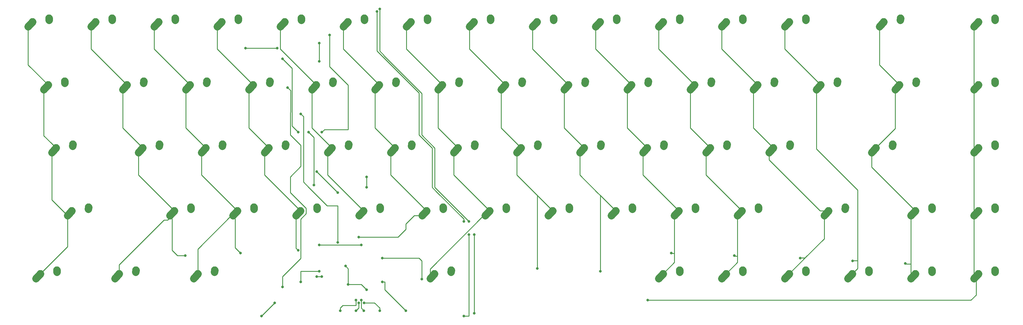
<source format=gbr>
G04 #@! TF.GenerationSoftware,KiCad,Pcbnew,(5.1.5)-3*
G04 #@! TF.CreationDate,2020-05-05T16:11:28-04:00*
G04 #@! TF.ProjectId,TheSedan,54686553-6564-4616-9e2e-6b696361645f,rev?*
G04 #@! TF.SameCoordinates,Original*
G04 #@! TF.FileFunction,Copper,L1,Top*
G04 #@! TF.FilePolarity,Positive*
%FSLAX46Y46*%
G04 Gerber Fmt 4.6, Leading zero omitted, Abs format (unit mm)*
G04 Created by KiCad (PCBNEW (5.1.5)-3) date 2020-05-05 16:11:28*
%MOMM*%
%LPD*%
G04 APERTURE LIST*
%ADD10C,2.250000*%
%ADD11C,2.250000*%
%ADD12C,0.800000*%
%ADD13C,0.250000*%
G04 APERTURE END LIST*
D10*
X441206250Y-132525000D03*
D11*
X439896250Y-133985000D02*
X441206252Y-132525000D01*
D10*
X446246250Y-131445000D03*
D11*
X446206250Y-132025000D02*
X446246250Y-131445000D01*
D10*
X431681250Y-113475000D03*
D11*
X430371250Y-114935000D02*
X431681252Y-113475000D01*
D10*
X436721250Y-112395000D03*
D11*
X436681250Y-112975000D02*
X436721250Y-112395000D01*
D10*
X426918750Y-94425000D03*
D11*
X425608750Y-95885000D02*
X426918752Y-94425000D01*
D10*
X431958750Y-93345000D03*
D11*
X431918750Y-93925000D02*
X431958750Y-93345000D01*
D10*
X417393750Y-75375000D03*
D11*
X416083750Y-76835000D02*
X417393752Y-75375000D01*
D10*
X422433750Y-74295000D03*
D11*
X422393750Y-74875000D02*
X422433750Y-74295000D01*
D10*
X684093750Y-151575000D03*
D11*
X682783750Y-153035000D02*
X684093752Y-151575000D01*
D10*
X689133750Y-150495000D03*
D11*
X689093750Y-151075000D02*
X689133750Y-150495000D01*
D10*
X684093750Y-132525000D03*
D11*
X682783750Y-133985000D02*
X684093752Y-132525000D01*
D10*
X689133750Y-131445000D03*
D11*
X689093750Y-132025000D02*
X689133750Y-131445000D01*
D10*
X684093750Y-113475000D03*
D11*
X682783750Y-114935000D02*
X684093752Y-113475000D01*
D10*
X689133750Y-112395000D03*
D11*
X689093750Y-112975000D02*
X689133750Y-112395000D01*
D10*
X684093750Y-94425000D03*
D11*
X682783750Y-95885000D02*
X684093752Y-94425000D01*
D10*
X689133750Y-93345000D03*
D11*
X689093750Y-93925000D02*
X689133750Y-93345000D01*
D10*
X684093750Y-75375000D03*
D11*
X682783750Y-76835000D02*
X684093752Y-75375000D01*
D10*
X689133750Y-74295000D03*
D11*
X689093750Y-74875000D02*
X689133750Y-74295000D01*
D10*
X665043750Y-151575000D03*
D11*
X663733750Y-153035000D02*
X665043752Y-151575000D01*
D10*
X670083750Y-150495000D03*
D11*
X670043750Y-151075000D02*
X670083750Y-150495000D01*
D10*
X665043750Y-132525000D03*
D11*
X663733750Y-133985000D02*
X665043752Y-132525000D01*
D10*
X670083750Y-131445000D03*
D11*
X670043750Y-132025000D02*
X670083750Y-131445000D01*
D10*
X653137500Y-113475000D03*
D11*
X651827500Y-114935000D02*
X653137502Y-113475000D01*
D10*
X658177500Y-112395000D03*
D11*
X658137500Y-112975000D02*
X658177500Y-112395000D01*
D10*
X660281250Y-94425000D03*
D11*
X658971250Y-95885000D02*
X660281252Y-94425000D01*
D10*
X665321250Y-93345000D03*
D11*
X665281250Y-93925000D02*
X665321250Y-93345000D01*
D10*
X655518750Y-75375000D03*
D11*
X654208750Y-76835000D02*
X655518752Y-75375000D01*
D10*
X660558750Y-74295000D03*
D11*
X660518750Y-74875000D02*
X660558750Y-74295000D01*
D10*
X645993750Y-151575000D03*
D11*
X644683750Y-153035000D02*
X645993752Y-151575000D01*
D10*
X651033750Y-150495000D03*
D11*
X650993750Y-151075000D02*
X651033750Y-150495000D01*
D10*
X636468750Y-94425000D03*
D11*
X635158750Y-95885000D02*
X636468752Y-94425000D01*
D10*
X641508750Y-93345000D03*
D11*
X641468750Y-93925000D02*
X641508750Y-93345000D01*
D10*
X626943750Y-75375000D03*
D11*
X625633750Y-76835000D02*
X626943752Y-75375000D01*
D10*
X631983750Y-74295000D03*
D11*
X631943750Y-74875000D02*
X631983750Y-74295000D01*
D10*
X626943750Y-151575000D03*
D11*
X625633750Y-153035000D02*
X626943752Y-151575000D01*
D10*
X631983750Y-150495000D03*
D11*
X631943750Y-151075000D02*
X631983750Y-150495000D01*
D10*
X638850000Y-132525000D03*
D11*
X637540000Y-133985000D02*
X638850002Y-132525000D01*
D10*
X643890000Y-131445000D03*
D11*
X643850000Y-132025000D02*
X643890000Y-131445000D01*
D10*
X622181250Y-113475000D03*
D11*
X620871250Y-114935000D02*
X622181252Y-113475000D01*
D10*
X627221250Y-112395000D03*
D11*
X627181250Y-112975000D02*
X627221250Y-112395000D01*
D10*
X617418750Y-94425000D03*
D11*
X616108750Y-95885000D02*
X617418752Y-94425000D01*
D10*
X622458750Y-93345000D03*
D11*
X622418750Y-93925000D02*
X622458750Y-93345000D01*
D10*
X607893750Y-75375000D03*
D11*
X606583750Y-76835000D02*
X607893752Y-75375000D01*
D10*
X612933750Y-74295000D03*
D11*
X612893750Y-74875000D02*
X612933750Y-74295000D01*
D10*
X607893750Y-151575000D03*
D11*
X606583750Y-153035000D02*
X607893752Y-151575000D01*
D10*
X612933750Y-150495000D03*
D11*
X612893750Y-151075000D02*
X612933750Y-150495000D01*
D10*
X612656250Y-132525000D03*
D11*
X611346250Y-133985000D02*
X612656252Y-132525000D01*
D10*
X617696250Y-131445000D03*
D11*
X617656250Y-132025000D02*
X617696250Y-131445000D01*
D10*
X603131250Y-113475000D03*
D11*
X601821250Y-114935000D02*
X603131252Y-113475000D01*
D10*
X608171250Y-112395000D03*
D11*
X608131250Y-112975000D02*
X608171250Y-112395000D01*
D10*
X598368750Y-94425000D03*
D11*
X597058750Y-95885000D02*
X598368752Y-94425000D01*
D10*
X603408750Y-93345000D03*
D11*
X603368750Y-93925000D02*
X603408750Y-93345000D01*
D10*
X588843750Y-75375000D03*
D11*
X587533750Y-76835000D02*
X588843752Y-75375000D01*
D10*
X593883750Y-74295000D03*
D11*
X593843750Y-74875000D02*
X593883750Y-74295000D01*
D10*
X588843750Y-151575000D03*
D11*
X587533750Y-153035000D02*
X588843752Y-151575000D01*
D10*
X593883750Y-150495000D03*
D11*
X593843750Y-151075000D02*
X593883750Y-150495000D01*
D10*
X593606250Y-132525000D03*
D11*
X592296250Y-133985000D02*
X593606252Y-132525000D01*
D10*
X598646250Y-131445000D03*
D11*
X598606250Y-132025000D02*
X598646250Y-131445000D01*
D10*
X584081250Y-113475000D03*
D11*
X582771250Y-114935000D02*
X584081252Y-113475000D01*
D10*
X589121250Y-112395000D03*
D11*
X589081250Y-112975000D02*
X589121250Y-112395000D01*
D10*
X579318750Y-94425000D03*
D11*
X578008750Y-95885000D02*
X579318752Y-94425000D01*
D10*
X584358750Y-93345000D03*
D11*
X584318750Y-93925000D02*
X584358750Y-93345000D01*
D10*
X569793750Y-75375000D03*
D11*
X568483750Y-76835000D02*
X569793752Y-75375000D01*
D10*
X574833750Y-74295000D03*
D11*
X574793750Y-74875000D02*
X574833750Y-74295000D01*
D10*
X574556250Y-132525000D03*
D11*
X573246250Y-133985000D02*
X574556252Y-132525000D01*
D10*
X579596250Y-131445000D03*
D11*
X579556250Y-132025000D02*
X579596250Y-131445000D01*
D10*
X565031250Y-113475000D03*
D11*
X563721250Y-114935000D02*
X565031252Y-113475000D01*
D10*
X570071250Y-112395000D03*
D11*
X570031250Y-112975000D02*
X570071250Y-112395000D01*
D10*
X560268750Y-94425000D03*
D11*
X558958750Y-95885000D02*
X560268752Y-94425000D01*
D10*
X565308750Y-93345000D03*
D11*
X565268750Y-93925000D02*
X565308750Y-93345000D01*
D10*
X550743750Y-75375000D03*
D11*
X549433750Y-76835000D02*
X550743752Y-75375000D01*
D10*
X555783750Y-74295000D03*
D11*
X555743750Y-74875000D02*
X555783750Y-74295000D01*
D10*
X555506250Y-132525000D03*
D11*
X554196250Y-133985000D02*
X555506252Y-132525000D01*
D10*
X560546250Y-131445000D03*
D11*
X560506250Y-132025000D02*
X560546250Y-131445000D01*
D10*
X545981250Y-113475000D03*
D11*
X544671250Y-114935000D02*
X545981252Y-113475000D01*
D10*
X551021250Y-112395000D03*
D11*
X550981250Y-112975000D02*
X551021250Y-112395000D01*
D10*
X541218750Y-94425000D03*
D11*
X539908750Y-95885000D02*
X541218752Y-94425000D01*
D10*
X546258750Y-93345000D03*
D11*
X546218750Y-93925000D02*
X546258750Y-93345000D01*
D10*
X531693750Y-75375000D03*
D11*
X530383750Y-76835000D02*
X531693752Y-75375000D01*
D10*
X536733750Y-74295000D03*
D11*
X536693750Y-74875000D02*
X536733750Y-74295000D01*
D10*
X519787500Y-151575000D03*
D11*
X518477500Y-153035000D02*
X519787502Y-151575000D01*
D10*
X524827500Y-150495000D03*
D11*
X524787500Y-151075000D02*
X524827500Y-150495000D01*
D10*
X536456250Y-132525000D03*
D11*
X535146250Y-133985000D02*
X536456252Y-132525000D01*
D10*
X541496250Y-131445000D03*
D11*
X541456250Y-132025000D02*
X541496250Y-131445000D01*
D10*
X526931250Y-113475000D03*
D11*
X525621250Y-114935000D02*
X526931252Y-113475000D01*
D10*
X531971250Y-112395000D03*
D11*
X531931250Y-112975000D02*
X531971250Y-112395000D01*
D10*
X522168750Y-94425000D03*
D11*
X520858750Y-95885000D02*
X522168752Y-94425000D01*
D10*
X527208750Y-93345000D03*
D11*
X527168750Y-93925000D02*
X527208750Y-93345000D01*
D10*
X512643750Y-75375000D03*
D11*
X511333750Y-76835000D02*
X512643752Y-75375000D01*
D10*
X517683750Y-74295000D03*
D11*
X517643750Y-74875000D02*
X517683750Y-74295000D01*
D10*
X517406250Y-132525000D03*
D11*
X516096250Y-133985000D02*
X517406252Y-132525000D01*
D10*
X522446250Y-131445000D03*
D11*
X522406250Y-132025000D02*
X522446250Y-131445000D01*
D10*
X507881250Y-113475000D03*
D11*
X506571250Y-114935000D02*
X507881252Y-113475000D01*
D10*
X512921250Y-112395000D03*
D11*
X512881250Y-112975000D02*
X512921250Y-112395000D01*
D10*
X503118750Y-94425000D03*
D11*
X501808750Y-95885000D02*
X503118752Y-94425000D01*
D10*
X508158750Y-93345000D03*
D11*
X508118750Y-93925000D02*
X508158750Y-93345000D01*
D10*
X493593750Y-75375000D03*
D11*
X492283750Y-76835000D02*
X493593752Y-75375000D01*
D10*
X498633750Y-74295000D03*
D11*
X498593750Y-74875000D02*
X498633750Y-74295000D01*
D10*
X498356250Y-132525000D03*
D11*
X497046250Y-133985000D02*
X498356252Y-132525000D01*
D10*
X503396250Y-131445000D03*
D11*
X503356250Y-132025000D02*
X503396250Y-131445000D01*
D10*
X488831250Y-113475000D03*
D11*
X487521250Y-114935000D02*
X488831252Y-113475000D01*
D10*
X493871250Y-112395000D03*
D11*
X493831250Y-112975000D02*
X493871250Y-112395000D01*
D10*
X484068750Y-94425000D03*
D11*
X482758750Y-95885000D02*
X484068752Y-94425000D01*
D10*
X489108750Y-93345000D03*
D11*
X489068750Y-93925000D02*
X489108750Y-93345000D01*
D10*
X474543750Y-75375000D03*
D11*
X473233750Y-76835000D02*
X474543752Y-75375000D01*
D10*
X479583750Y-74295000D03*
D11*
X479543750Y-74875000D02*
X479583750Y-74295000D01*
D10*
X479306250Y-132525000D03*
D11*
X477996250Y-133985000D02*
X479306252Y-132525000D01*
D10*
X484346250Y-131445000D03*
D11*
X484306250Y-132025000D02*
X484346250Y-131445000D01*
D10*
X469781250Y-113475000D03*
D11*
X468471250Y-114935000D02*
X469781252Y-113475000D01*
D10*
X474821250Y-112395000D03*
D11*
X474781250Y-112975000D02*
X474821250Y-112395000D01*
D10*
X465018750Y-94425000D03*
D11*
X463708750Y-95885000D02*
X465018752Y-94425000D01*
D10*
X470058750Y-93345000D03*
D11*
X470018750Y-93925000D02*
X470058750Y-93345000D01*
D10*
X455493750Y-75375000D03*
D11*
X454183750Y-76835000D02*
X455493752Y-75375000D01*
D10*
X460533750Y-74295000D03*
D11*
X460493750Y-74875000D02*
X460533750Y-74295000D01*
D10*
X448350000Y-151575000D03*
D11*
X447040000Y-153035000D02*
X448350002Y-151575000D01*
D10*
X453390000Y-150495000D03*
D11*
X453350000Y-151075000D02*
X453390000Y-150495000D01*
D10*
X460256250Y-132525000D03*
D11*
X458946250Y-133985000D02*
X460256252Y-132525000D01*
D10*
X465296250Y-131445000D03*
D11*
X465256250Y-132025000D02*
X465296250Y-131445000D01*
D10*
X450731250Y-113475000D03*
D11*
X449421250Y-114935000D02*
X450731252Y-113475000D01*
D10*
X455771250Y-112395000D03*
D11*
X455731250Y-112975000D02*
X455771250Y-112395000D01*
D10*
X445968750Y-94425000D03*
D11*
X444658750Y-95885000D02*
X445968752Y-94425000D01*
D10*
X451008750Y-93345000D03*
D11*
X450968750Y-93925000D02*
X451008750Y-93345000D01*
D10*
X436443750Y-75375000D03*
D11*
X435133750Y-76835000D02*
X436443752Y-75375000D01*
D10*
X441483750Y-74295000D03*
D11*
X441443750Y-74875000D02*
X441483750Y-74295000D01*
D10*
X424537500Y-151575000D03*
D11*
X423227500Y-153035000D02*
X424537502Y-151575000D01*
D10*
X429577500Y-150495000D03*
D11*
X429537500Y-151075000D02*
X429577500Y-150495000D01*
D10*
X400725000Y-151575000D03*
D11*
X399415000Y-153035000D02*
X400725002Y-151575000D01*
D10*
X405765000Y-150495000D03*
D11*
X405725000Y-151075000D02*
X405765000Y-150495000D01*
D10*
X410250000Y-132525000D03*
D11*
X408940000Y-133985000D02*
X410250002Y-132525000D01*
D10*
X415290000Y-131445000D03*
D11*
X415250000Y-132025000D02*
X415290000Y-131445000D01*
D10*
X405487500Y-113475000D03*
D11*
X404177500Y-114935000D02*
X405487502Y-113475000D01*
D10*
X410527500Y-112395000D03*
D11*
X410487500Y-112975000D02*
X410527500Y-112395000D01*
D10*
X403106250Y-94425000D03*
D11*
X401796250Y-95885000D02*
X403106252Y-94425000D01*
D10*
X408146250Y-93345000D03*
D11*
X408106250Y-93925000D02*
X408146250Y-93345000D01*
D10*
X398343750Y-75375000D03*
D11*
X397033750Y-76835000D02*
X398343752Y-75375000D01*
D10*
X403383750Y-74295000D03*
D11*
X403343750Y-74875000D02*
X403383750Y-74295000D01*
D12*
X473868750Y-86518750D03*
X483393750Y-124681251D03*
X478631250Y-108743750D03*
X481806250Y-108743750D03*
X462756250Y-83343750D03*
X472281250Y-83343750D03*
X499268750Y-125412500D03*
X499268750Y-122237500D03*
X484981250Y-142875000D03*
X497681250Y-142875000D03*
X504018750Y-154000000D03*
X511175000Y-162718750D03*
X467518750Y-164306250D03*
X471487500Y-160337500D03*
X444500000Y-146050000D03*
X461168750Y-145256250D03*
X478631250Y-144462500D03*
X496887500Y-140493750D03*
X550818750Y-149975000D03*
X569868750Y-150768750D03*
X591343750Y-145256250D03*
X610393750Y-146050000D03*
X630237500Y-146843750D03*
X646112500Y-147637500D03*
X661987500Y-148431250D03*
X584200000Y-159543750D03*
X496887500Y-160337500D03*
X496093750Y-162718750D03*
X484981250Y-87312500D03*
X484981250Y-81756250D03*
X490537500Y-142081250D03*
X479425000Y-103187500D03*
X484187500Y-152400000D03*
X485775000Y-152400000D03*
X484981250Y-150812500D03*
X479425000Y-153987500D03*
X496093750Y-159543750D03*
X491331250Y-162718750D03*
X499268750Y-156368750D03*
X493712500Y-154781250D03*
X492918750Y-149225000D03*
X488156250Y-79375000D03*
X490537500Y-127000000D03*
X485775000Y-108743750D03*
X484187500Y-120650000D03*
X503237500Y-71437500D03*
X530225000Y-135731250D03*
X531812500Y-139700000D03*
X531812500Y-163512500D03*
X498493750Y-160318750D03*
X503237500Y-162718750D03*
X528637500Y-164306250D03*
X502443750Y-72231250D03*
X528637500Y-135731250D03*
X530225000Y-139700000D03*
X497693750Y-159531250D03*
X498475000Y-162693750D03*
X475456250Y-95250000D03*
X473868750Y-155575000D03*
X515937500Y-153193750D03*
X504031250Y-146843750D03*
D13*
X476764509Y-102044669D02*
X476764509Y-89414509D01*
X476764509Y-89414509D02*
X473868750Y-86518750D01*
X476764509Y-102044669D02*
X476764509Y-106877009D01*
X476764509Y-106877009D02*
X478631250Y-108743750D01*
X481806250Y-108743750D02*
X483393750Y-110331250D01*
X483393750Y-110331250D02*
X483393750Y-124681251D01*
X462756250Y-83343750D02*
X472281250Y-83343750D01*
X499268750Y-125412500D02*
X499268750Y-122237500D01*
X497681250Y-142875000D02*
X484981250Y-142875000D01*
X504812500Y-154000000D02*
X504812500Y-155562500D01*
X504018750Y-154000000D02*
X504812500Y-154000000D01*
X504812500Y-155562500D02*
X504812500Y-156356250D01*
X504812500Y-156356250D02*
X511175000Y-162718750D01*
X397033750Y-76835000D02*
X397033750Y-77946250D01*
X397033750Y-88352500D02*
X403106250Y-94425000D01*
X397033750Y-76835000D02*
X397033750Y-88352500D01*
X401796250Y-95885000D02*
X401796250Y-109783750D01*
X403975000Y-111962500D02*
X405487500Y-113475000D01*
X403975000Y-111962500D02*
X404177500Y-112165000D01*
X401796250Y-109783750D02*
X403975000Y-111962500D01*
X408940000Y-143360000D02*
X400725000Y-151575000D01*
X408940000Y-133985000D02*
X408940000Y-143360000D01*
X467518750Y-164306250D02*
X471487500Y-160337500D01*
X404177500Y-129222500D02*
X408940000Y-133985000D01*
X404177500Y-114935000D02*
X404177500Y-129222500D01*
X416083750Y-83590000D02*
X426918750Y-94425000D01*
X416083750Y-76835000D02*
X416083750Y-83590000D01*
X425608750Y-107402500D02*
X431681250Y-113475000D01*
X425608750Y-95885000D02*
X425608750Y-107402500D01*
X430371250Y-121690000D02*
X441206250Y-132525000D01*
X430371250Y-114935000D02*
X430371250Y-121690000D01*
X424537500Y-148837748D02*
X424537500Y-149984010D01*
X438050249Y-135324999D02*
X424537500Y-148837748D01*
X424537500Y-149984010D02*
X424537500Y-151575000D01*
X439202251Y-135324999D02*
X438050249Y-135324999D01*
X439896250Y-134631000D02*
X439202251Y-135324999D01*
X439896250Y-133985000D02*
X439896250Y-134631000D01*
X439896250Y-133985000D02*
X439896250Y-134302500D01*
X439896250Y-134302500D02*
X440531250Y-134937500D01*
X440531250Y-134937500D02*
X440531250Y-144462500D01*
X440531250Y-144462500D02*
X442118750Y-146050000D01*
X442118750Y-146050000D02*
X444500000Y-146050000D01*
X448350000Y-149984010D02*
X448350000Y-151575000D01*
X448350000Y-144075248D02*
X448350000Y-149984010D01*
X458440248Y-133985000D02*
X448350000Y-144075248D01*
X458946250Y-133985000D02*
X458440248Y-133985000D01*
X449421250Y-121690000D02*
X460256250Y-132525000D01*
X449421250Y-114935000D02*
X449421250Y-121690000D01*
X444658750Y-107402500D02*
X450731250Y-113475000D01*
X444658750Y-95885000D02*
X444658750Y-107402500D01*
X435133750Y-83590000D02*
X445968750Y-94425000D01*
X435133750Y-76835000D02*
X435133750Y-83590000D01*
X458946250Y-133985000D02*
X458946250Y-134302500D01*
X458946250Y-134302500D02*
X459581250Y-134937500D01*
X459581250Y-134937500D02*
X459581250Y-143668750D01*
X459581250Y-143668750D02*
X461168750Y-145256250D01*
X454183750Y-83590000D02*
X465018750Y-94425000D01*
X454183750Y-76835000D02*
X454183750Y-83590000D01*
X463708750Y-107402500D02*
X469781250Y-113475000D01*
X463708750Y-95885000D02*
X463708750Y-107402500D01*
X468471250Y-121690000D02*
X479306250Y-132525000D01*
X468471250Y-114935000D02*
X468471250Y-121690000D01*
X477996250Y-133985000D02*
X477996250Y-143827500D01*
X477996250Y-143827500D02*
X478631250Y-144462500D01*
X473233750Y-83590000D02*
X484068750Y-94425000D01*
X473233750Y-76835000D02*
X473233750Y-83590000D01*
X482758750Y-107402500D02*
X488831250Y-113475000D01*
X482758750Y-95885000D02*
X482758750Y-107402500D01*
X487521250Y-121690000D02*
X498356250Y-132525000D01*
X487521250Y-114935000D02*
X487521250Y-121690000D01*
X492283750Y-83590000D02*
X503118750Y-94425000D01*
X492283750Y-76835000D02*
X492283750Y-83590000D01*
X501808750Y-107402500D02*
X507881250Y-113475000D01*
X501808750Y-95885000D02*
X501808750Y-107402500D01*
X506571250Y-121690000D02*
X517406250Y-132525000D01*
X506571250Y-114935000D02*
X506571250Y-121690000D01*
X516096250Y-133985000D02*
X513715000Y-133985000D01*
X513715000Y-133985000D02*
X511175000Y-136525000D01*
X511175000Y-136525000D02*
X511175000Y-138112500D01*
X511175000Y-138112500D02*
X508793750Y-140493750D01*
X508793750Y-140493750D02*
X496887500Y-140493750D01*
X511333750Y-83590000D02*
X522168750Y-94425000D01*
X511333750Y-76835000D02*
X511333750Y-83590000D01*
X520858750Y-107402500D02*
X526931250Y-113475000D01*
X520858750Y-95885000D02*
X520858750Y-107402500D01*
X525621250Y-121690000D02*
X536456250Y-132525000D01*
X525621250Y-114935000D02*
X525621250Y-121690000D01*
X534640248Y-133985000D02*
X518477500Y-150147748D01*
X518477500Y-150147748D02*
X518477500Y-153035000D01*
X535146250Y-133985000D02*
X534640248Y-133985000D01*
X530383750Y-83590000D02*
X541218750Y-94425000D01*
X530383750Y-76835000D02*
X530383750Y-83590000D01*
X539908750Y-107402500D02*
X545981250Y-113475000D01*
X539908750Y-95885000D02*
X539908750Y-107402500D01*
X544671250Y-114935000D02*
X544671250Y-121690000D01*
X550818750Y-127837500D02*
X550818750Y-149975000D01*
X550818750Y-127837500D02*
X555506250Y-132525000D01*
X544671250Y-121690000D02*
X550818750Y-127837500D01*
X549433750Y-83590000D02*
X560268750Y-94425000D01*
X549433750Y-76835000D02*
X549433750Y-83590000D01*
X558958750Y-107402500D02*
X565031250Y-113475000D01*
X558958750Y-95885000D02*
X558958750Y-107402500D01*
X563721250Y-114935000D02*
X563721250Y-121690000D01*
X563721250Y-121690000D02*
X569075000Y-127043750D01*
X569868750Y-127837500D02*
X569868750Y-150768750D01*
X569868750Y-127837500D02*
X574556250Y-132525000D01*
X569075000Y-127043750D02*
X569868750Y-127837500D01*
X568483750Y-83590000D02*
X579318750Y-94425000D01*
X568483750Y-76835000D02*
X568483750Y-83590000D01*
X578008750Y-107402500D02*
X584081250Y-113475000D01*
X578008750Y-95885000D02*
X578008750Y-107402500D01*
X582771250Y-121690000D02*
X593606250Y-132525000D01*
X582771250Y-114935000D02*
X582771250Y-121690000D01*
X592296250Y-148122500D02*
X588843750Y-151575000D01*
X592296250Y-145415000D02*
X591502500Y-145415000D01*
X592296250Y-145415000D02*
X592296250Y-148122500D01*
X592296250Y-133985000D02*
X592296250Y-145415000D01*
X591502500Y-145415000D02*
X591343750Y-145256250D01*
X601821250Y-121690000D02*
X612656250Y-132525000D01*
X601821250Y-114935000D02*
X601821250Y-121690000D01*
X597058750Y-107402500D02*
X603131250Y-113475000D01*
X597058750Y-95885000D02*
X597058750Y-107402500D01*
X587533750Y-83590000D02*
X598368750Y-94425000D01*
X587533750Y-76835000D02*
X587533750Y-83590000D01*
X611346250Y-148122500D02*
X607893750Y-151575000D01*
X611346250Y-146208750D02*
X610552500Y-146208750D01*
X611346250Y-146208750D02*
X611346250Y-148122500D01*
X611346250Y-133985000D02*
X611346250Y-146208750D01*
X610552500Y-146208750D02*
X610393750Y-146050000D01*
X606583750Y-83590000D02*
X617418750Y-94425000D01*
X606583750Y-76835000D02*
X606583750Y-83590000D01*
X616108750Y-107402500D02*
X622181250Y-113475000D01*
X616108750Y-95885000D02*
X616108750Y-107402500D01*
X637259010Y-132525000D02*
X638850000Y-132525000D01*
X636299276Y-132525000D02*
X637259010Y-132525000D01*
X620871250Y-117096974D02*
X636299276Y-132525000D01*
X620871250Y-114935000D02*
X620871250Y-117096974D01*
X637540000Y-133985000D02*
X637540000Y-140978750D01*
X630312500Y-146768750D02*
X630237500Y-146843750D01*
X631750000Y-146768750D02*
X626943750Y-151575000D01*
X631750000Y-146768750D02*
X630312500Y-146768750D01*
X637540000Y-140978750D02*
X631750000Y-146768750D01*
X625633750Y-83590000D02*
X636468750Y-94425000D01*
X625633750Y-76835000D02*
X625633750Y-83590000D01*
X647118749Y-150450001D02*
X645993750Y-151575000D01*
X647630001Y-149938749D02*
X647118749Y-150450001D01*
X635158750Y-113757276D02*
X647630001Y-126228527D01*
X635158750Y-95885000D02*
X635158750Y-113757276D01*
X646182499Y-147567501D02*
X646112500Y-147637500D01*
X647630001Y-147567501D02*
X646182499Y-147567501D01*
X647630001Y-147567501D02*
X647630001Y-149938749D01*
X647630001Y-126228527D02*
X647630001Y-147567501D01*
X654208750Y-88352500D02*
X660281250Y-94425000D01*
X654208750Y-76835000D02*
X654208750Y-88352500D01*
X658971250Y-107641250D02*
X653137500Y-113475000D01*
X658971250Y-95885000D02*
X658971250Y-107641250D01*
X651827500Y-119308750D02*
X665043750Y-132525000D01*
X651827500Y-114935000D02*
X651827500Y-119308750D01*
X663733750Y-133985000D02*
X663733750Y-136366250D01*
X663733750Y-148590000D02*
X662146250Y-148590000D01*
X663733750Y-148590000D02*
X663733750Y-153035000D01*
X663733750Y-136366250D02*
X663733750Y-148590000D01*
X662146250Y-148590000D02*
X661987500Y-148431250D01*
X682783750Y-96531000D02*
X682783750Y-114935000D01*
X682783750Y-95885000D02*
X682783750Y-96531000D01*
X682783750Y-117316250D02*
X682783750Y-133985000D01*
X682783750Y-114935000D02*
X682783750Y-117316250D01*
X682783750Y-136366250D02*
X682783750Y-153035000D01*
X682783750Y-133985000D02*
X682783750Y-136366250D01*
X682783750Y-79216250D02*
X682783750Y-95885000D01*
X682783750Y-76835000D02*
X682783750Y-79216250D01*
X681831250Y-159543750D02*
X683418750Y-157956250D01*
X683418750Y-153670000D02*
X682783750Y-153035000D01*
X683418750Y-157956250D02*
X683418750Y-153670000D01*
X584200000Y-159543750D02*
X681831250Y-159543750D01*
X496093750Y-162718750D02*
X496887500Y-161925000D01*
X496887500Y-161925000D02*
X496887500Y-160337500D01*
X484981250Y-87312500D02*
X484981250Y-81756250D01*
X490537500Y-142081250D02*
X490537500Y-130968750D01*
X490537500Y-130968750D02*
X487362500Y-130968750D01*
X487362500Y-130968750D02*
X481806250Y-125412500D01*
X481806250Y-125412500D02*
X480218750Y-123825000D01*
X480218750Y-123825000D02*
X480218750Y-111125000D01*
X480218750Y-111125000D02*
X480218750Y-103981250D01*
X480218750Y-103981250D02*
X479425000Y-103187500D01*
X485775000Y-152400000D02*
X484187500Y-152400000D01*
X484981250Y-150812500D02*
X479425000Y-150812500D01*
X479425000Y-150812500D02*
X479425000Y-153987500D01*
X496093750Y-159543750D02*
X496093750Y-161131250D01*
X491331250Y-161925000D02*
X491331250Y-162718750D01*
X496093750Y-161131250D02*
X492125000Y-161131250D01*
X492125000Y-161131250D02*
X491331250Y-161925000D01*
X493712500Y-154781250D02*
X493712500Y-150018750D01*
X493712500Y-150018750D02*
X492918750Y-149225000D01*
X497681250Y-154781250D02*
X499268750Y-156368750D01*
X493712500Y-154781250D02*
X497681250Y-154781250D01*
X490537500Y-127000000D02*
X484981250Y-121443750D01*
X488156250Y-79375000D02*
X488156250Y-88900000D01*
X488156250Y-88900000D02*
X493712500Y-94456250D01*
X493712500Y-94456250D02*
X493712500Y-107950000D01*
X493712500Y-107950000D02*
X486568750Y-107950000D01*
X486568750Y-107950000D02*
X485775000Y-108743750D01*
X484981250Y-121443750D02*
X484187500Y-120650000D01*
X504583998Y-85641338D02*
X515937500Y-96994840D01*
X515937500Y-96994840D02*
X515937500Y-99218750D01*
X504583998Y-85483998D02*
X503237500Y-84137500D01*
X504583998Y-85641338D02*
X504583998Y-85483998D01*
X503237500Y-71437500D02*
X503237500Y-84137500D01*
X515937500Y-99218750D02*
X515937500Y-109537500D01*
X515937500Y-109537500D02*
X519906250Y-113506250D01*
X519906250Y-113506250D02*
X519906250Y-125412500D01*
X519906250Y-125412500D02*
X529431250Y-134937500D01*
X529431250Y-134937500D02*
X530225000Y-135731250D01*
X531812500Y-139700000D02*
X531812500Y-163512500D01*
X498493750Y-160318750D02*
X501631250Y-160318750D01*
X501631250Y-160318750D02*
X503237500Y-161925000D01*
X503237500Y-161925000D02*
X503237500Y-162718750D01*
X520408740Y-126708740D02*
X528637500Y-134937500D01*
X502443750Y-84137500D02*
X515143750Y-96837500D01*
X519112500Y-125412500D02*
X520408740Y-126708740D01*
X515143750Y-109537500D02*
X519112500Y-113506250D01*
X519112500Y-113506250D02*
X519112500Y-125412500D01*
X502443750Y-72231250D02*
X502443750Y-84137500D01*
X515143750Y-96837500D02*
X515143750Y-109537500D01*
X528637500Y-134937500D02*
X528637500Y-135731250D01*
X530225000Y-139700000D02*
X530225000Y-163512500D01*
X528637500Y-164306250D02*
X530225000Y-164306250D01*
X530225000Y-164306250D02*
X530225000Y-163512500D01*
X497693750Y-159531250D02*
X497693750Y-161912500D01*
X497693750Y-161912500D02*
X498475000Y-162693750D01*
X476314499Y-96108249D02*
X475456250Y-95250000D01*
X479356251Y-146912499D02*
X479356251Y-135006249D01*
X481012500Y-133350000D02*
X481012500Y-131762500D01*
X473868750Y-152400000D02*
X479356251Y-146912499D01*
X476250000Y-122237500D02*
X479425000Y-119062500D01*
X479356251Y-135006249D02*
X481012500Y-133350000D01*
X473868750Y-155575000D02*
X473868750Y-152400000D01*
X481012500Y-131762500D02*
X476250000Y-127000000D01*
X476250000Y-127000000D02*
X476250000Y-122237500D01*
X479425000Y-119062500D02*
X479425000Y-112712500D01*
X479425000Y-112712500D02*
X476250000Y-109537500D01*
X476250000Y-109537500D02*
X476314499Y-96108249D01*
X515143750Y-146843750D02*
X515937500Y-147637500D01*
X515143750Y-146843750D02*
X504031250Y-146843750D01*
X515937500Y-153193750D02*
X515937500Y-147637500D01*
M02*

</source>
